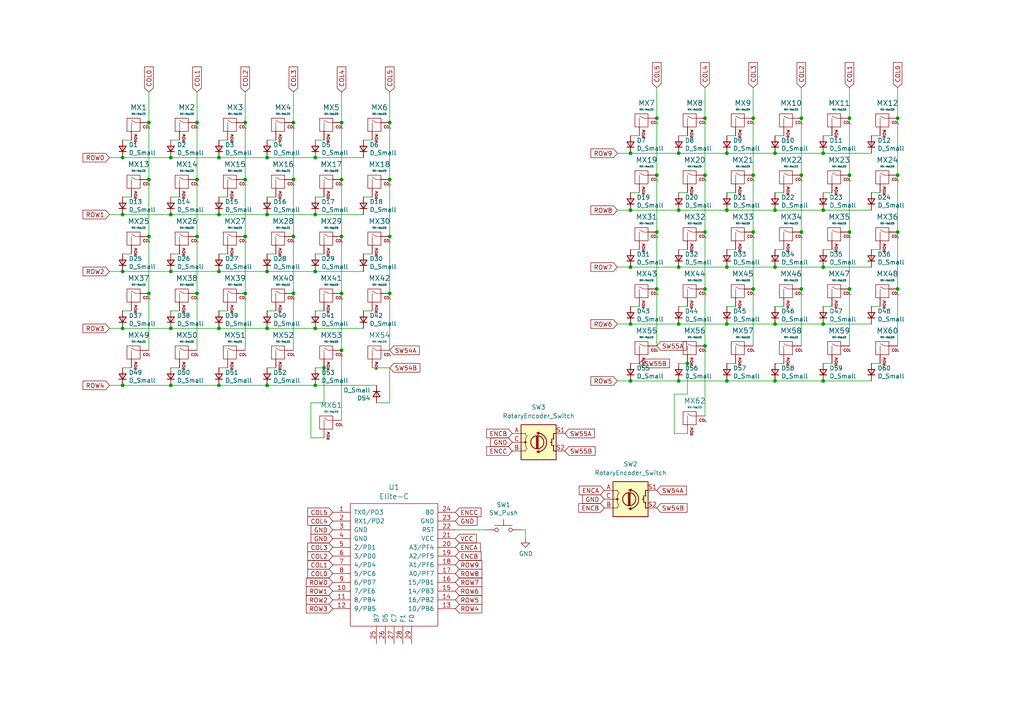
<source format=kicad_sch>
(kicad_sch (version 20211123) (generator eeschema)
  (paper "A4")
  (junction (at 260.35 50.8))
  (junction (at 77.47 62.23))
  (junction (at 85.09 52.07))
  (junction (at 49.53 111.76))
  (junction (at 224.79 60.96))
  (junction (at 246.38 67.31))
  (junction (at 113.03 85.09))
  (junction (at 246.38 50.8))
  (junction (at 210.82 93.98))
  (junction (at 77.47 95.25))
  (junction (at 196.85 60.96))
  (junction (at 71.12 85.09))
  (junction (at 49.53 95.25))
  (junction (at 35.56 111.76))
  (junction (at 77.47 45.72))
  (junction (at 232.41 67.31))
  (junction (at 43.18 35.56))
  (junction (at 260.35 67.31))
  (junction (at 238.76 44.45))
  (junction (at 85.09 68.58))
  (junction (at 63.5 62.23))
  (junction (at 196.85 44.45))
  (junction (at 113.03 68.58))
  (junction (at 204.47 34.29))
  (junction (at 199.39 105.41))
  (junction (at 63.5 111.76))
  (junction (at 204.47 50.8))
  (junction (at 196.85 77.47))
  (junction (at 35.56 62.23))
  (junction (at 182.88 60.96))
  (junction (at 35.56 78.74))
  (junction (at 182.88 77.47))
  (junction (at 238.76 93.98))
  (junction (at 190.5 67.31))
  (junction (at 190.5 34.29))
  (junction (at 63.5 95.25))
  (junction (at 63.5 45.72))
  (junction (at 77.47 78.74))
  (junction (at 85.09 85.09))
  (junction (at 35.56 45.72))
  (junction (at 210.82 110.49))
  (junction (at 182.88 93.98))
  (junction (at 113.03 35.56))
  (junction (at 93.98 106.68))
  (junction (at 91.44 111.76))
  (junction (at 91.44 95.25))
  (junction (at 218.44 67.31))
  (junction (at 238.76 110.49))
  (junction (at 49.53 62.23))
  (junction (at 224.79 110.49))
  (junction (at 210.82 77.47))
  (junction (at 71.12 52.07))
  (junction (at 260.35 34.29))
  (junction (at 91.44 45.72))
  (junction (at 260.35 83.82))
  (junction (at 210.82 60.96))
  (junction (at 57.15 85.09))
  (junction (at 71.12 35.56))
  (junction (at 99.06 52.07))
  (junction (at 57.15 35.56))
  (junction (at 43.18 52.07))
  (junction (at 91.44 78.74))
  (junction (at 238.76 60.96))
  (junction (at 77.47 111.76))
  (junction (at 99.06 35.56))
  (junction (at 57.15 52.07))
  (junction (at 218.44 83.82))
  (junction (at 49.53 45.72))
  (junction (at 204.47 83.82))
  (junction (at 196.85 110.49))
  (junction (at 218.44 34.29))
  (junction (at 85.09 35.56))
  (junction (at 182.88 44.45))
  (junction (at 113.03 52.07))
  (junction (at 57.15 68.58))
  (junction (at 232.41 34.29))
  (junction (at 190.5 83.82))
  (junction (at 238.76 77.47))
  (junction (at 196.85 93.98))
  (junction (at 71.12 68.58))
  (junction (at 43.18 85.09))
  (junction (at 99.06 101.6))
  (junction (at 99.06 68.58))
  (junction (at 182.88 110.49))
  (junction (at 91.44 62.23))
  (junction (at 218.44 50.8))
  (junction (at 43.18 68.58))
  (junction (at 224.79 93.98))
  (junction (at 232.41 83.82))
  (junction (at 232.41 50.8))
  (junction (at 204.47 67.31))
  (junction (at 204.47 100.33))
  (junction (at 246.38 83.82))
  (junction (at 224.79 44.45))
  (junction (at 246.38 34.29))
  (junction (at 99.06 85.09))
  (junction (at 49.53 78.74))
  (junction (at 224.79 77.47))
  (junction (at 210.82 44.45))
  (junction (at 63.5 78.74))
  (junction (at 35.56 95.25))
  (junction (at 190.5 50.8))
  (wire (pts (xy 43.18 35.56) (xy 43.18 52.07)))
  (wire (pts (xy 35.56 62.23) (xy 49.53 62.23)))
  (wire (pts (xy 90.17 127) (xy 90.17 116.84)))
  (wire (pts (xy 232.41 25.4) (xy 232.41 34.29)))
  (wire (pts (xy 35.56 78.74) (xy 49.53 78.74)))
  (wire (pts (xy 204.47 50.8) (xy 204.47 67.31)))
  (wire (pts (xy 196.85 88.9) (xy 199.39 88.9)))
  (wire (pts (xy 49.53 45.72) (xy 63.5 45.72)))
  (wire (pts (xy 190.5 67.31) (xy 190.5 83.82)))
  (wire (pts (xy 90.17 116.84) (xy 93.98 116.84)))
  (wire (pts (xy 43.18 85.09) (xy 43.18 101.6)))
  (wire (pts (xy 91.44 62.23) (xy 105.41 62.23)))
  (wire (pts (xy 71.12 85.09) (xy 71.12 101.6)))
  (wire (pts (xy 77.47 90.17) (xy 80.01 90.17)))
  (wire (pts (xy 252.73 88.9) (xy 255.27 88.9)))
  (wire (pts (xy 179.07 93.98) (xy 182.88 93.98)))
  (wire (pts (xy 204.47 67.31) (xy 204.47 83.82)))
  (wire (pts (xy 49.53 78.74) (xy 63.5 78.74)))
  (wire (pts (xy 63.5 62.23) (xy 77.47 62.23)))
  (wire (pts (xy 113.03 52.07) (xy 113.03 68.58)))
  (wire (pts (xy 260.35 67.31) (xy 260.35 83.82)))
  (wire (pts (xy 63.5 57.15) (xy 66.04 57.15)))
  (wire (pts (xy 35.56 95.25) (xy 49.53 95.25)))
  (wire (pts (xy 85.09 35.56) (xy 85.09 52.07)))
  (wire (pts (xy 210.82 77.47) (xy 224.79 77.47)))
  (wire (pts (xy 238.76 39.37) (xy 241.3 39.37)))
  (wire (pts (xy 35.56 45.72) (xy 49.53 45.72)))
  (wire (pts (xy 85.09 26.67) (xy 85.09 35.56)))
  (wire (pts (xy 196.85 93.98) (xy 210.82 93.98)))
  (wire (pts (xy 99.06 101.6) (xy 99.06 121.92)))
  (wire (pts (xy 196.85 55.88) (xy 199.39 55.88)))
  (wire (pts (xy 246.38 25.4) (xy 246.38 34.29)))
  (wire (pts (xy 91.44 40.64) (xy 93.98 40.64)))
  (wire (pts (xy 85.09 68.58) (xy 85.09 85.09)))
  (wire (pts (xy 113.03 68.58) (xy 113.03 85.09)))
  (wire (pts (xy 260.35 83.82) (xy 260.35 100.33)))
  (wire (pts (xy 77.47 106.68) (xy 80.01 106.68)))
  (wire (pts (xy 232.41 34.29) (xy 232.41 50.8)))
  (wire (pts (xy 232.41 50.8) (xy 232.41 67.31)))
  (wire (pts (xy 218.44 25.4) (xy 218.44 34.29)))
  (wire (pts (xy 182.88 39.37) (xy 185.42 39.37)))
  (wire (pts (xy 238.76 93.98) (xy 252.73 93.98)))
  (wire (pts (xy 35.56 40.64) (xy 38.1 40.64)))
  (wire (pts (xy 182.88 105.41) (xy 185.42 105.41)))
  (wire (pts (xy 77.47 95.25) (xy 91.44 95.25)))
  (wire (pts (xy 190.5 34.29) (xy 190.5 50.8)))
  (wire (pts (xy 31.75 62.23) (xy 35.56 62.23)))
  (wire (pts (xy 77.47 73.66) (xy 80.01 73.66)))
  (wire (pts (xy 232.41 83.82) (xy 232.41 100.33)))
  (wire (pts (xy 246.38 34.29) (xy 246.38 50.8)))
  (wire (pts (xy 182.88 93.98) (xy 196.85 93.98)))
  (wire (pts (xy 182.88 60.96) (xy 196.85 60.96)))
  (wire (pts (xy 238.76 77.47) (xy 252.73 77.47)))
  (wire (pts (xy 91.44 111.76) (xy 109.22 111.76)))
  (wire (pts (xy 57.15 52.07) (xy 57.15 68.58)))
  (wire (pts (xy 113.03 106.68) (xy 107.95 106.68)))
  (wire (pts (xy 224.79 88.9) (xy 227.33 88.9)))
  (wire (pts (xy 224.79 44.45) (xy 238.76 44.45)))
  (wire (pts (xy 31.75 95.25) (xy 35.56 95.25)))
  (wire (pts (xy 49.53 111.76) (xy 63.5 111.76)))
  (wire (pts (xy 190.5 25.4) (xy 190.5 34.29)))
  (wire (pts (xy 57.15 35.56) (xy 57.15 52.07)))
  (wire (pts (xy 77.47 57.15) (xy 80.01 57.15)))
  (wire (pts (xy 238.76 55.88) (xy 241.3 55.88)))
  (wire (pts (xy 199.39 105.41) (xy 199.39 114.3)))
  (wire (pts (xy 91.44 45.72) (xy 105.41 45.72)))
  (wire (pts (xy 113.03 26.67) (xy 113.03 35.56)))
  (wire (pts (xy 57.15 85.09) (xy 57.15 101.6)))
  (wire (pts (xy 77.47 111.76) (xy 91.44 111.76)))
  (wire (pts (xy 182.88 72.39) (xy 185.42 72.39)))
  (wire (pts (xy 35.56 57.15) (xy 38.1 57.15)))
  (wire (pts (xy 182.88 44.45) (xy 196.85 44.45)))
  (wire (pts (xy 91.44 73.66) (xy 93.98 73.66)))
  (wire (pts (xy 49.53 40.64) (xy 52.07 40.64)))
  (wire (pts (xy 179.07 44.45) (xy 182.88 44.45)))
  (wire (pts (xy 105.41 73.66) (xy 107.95 73.66)))
  (wire (pts (xy 43.18 68.58) (xy 43.18 85.09)))
  (wire (pts (xy 232.41 67.31) (xy 232.41 83.82)))
  (wire (pts (xy 49.53 106.68) (xy 52.07 106.68)))
  (wire (pts (xy 204.47 83.82) (xy 204.47 100.33)))
  (wire (pts (xy 210.82 39.37) (xy 213.36 39.37)))
  (wire (pts (xy 93.98 116.84) (xy 93.98 106.68)))
  (wire (pts (xy 63.5 78.74) (xy 77.47 78.74)))
  (wire (pts (xy 35.56 106.68) (xy 38.1 106.68)))
  (wire (pts (xy 204.47 34.29) (xy 204.47 50.8)))
  (wire (pts (xy 196.85 39.37) (xy 199.39 39.37)))
  (wire (pts (xy 210.82 60.96) (xy 224.79 60.96)))
  (wire (pts (xy 190.5 83.82) (xy 190.5 100.33)))
  (wire (pts (xy 196.85 105.41) (xy 199.39 105.41)))
  (wire (pts (xy 252.73 55.88) (xy 255.27 55.88)))
  (wire (pts (xy 179.07 110.49) (xy 182.88 110.49)))
  (wire (pts (xy 210.82 88.9) (xy 213.36 88.9)))
  (wire (pts (xy 238.76 105.41) (xy 241.3 105.41)))
  (wire (pts (xy 63.5 95.25) (xy 77.47 95.25)))
  (wire (pts (xy 93.98 127) (xy 90.17 127)))
  (wire (pts (xy 132.08 153.67) (xy 140.97 153.67)))
  (wire (pts (xy 179.07 60.96) (xy 182.88 60.96)))
  (wire (pts (xy 195.58 125.73) (xy 199.39 125.73)))
  (wire (pts (xy 238.76 44.45) (xy 252.73 44.45)))
  (wire (pts (xy 71.12 52.07) (xy 71.12 68.58)))
  (wire (pts (xy 218.44 83.82) (xy 218.44 100.33)))
  (wire (pts (xy 49.53 62.23) (xy 63.5 62.23)))
  (wire (pts (xy 252.73 39.37) (xy 255.27 39.37)))
  (wire (pts (xy 105.41 57.15) (xy 107.95 57.15)))
  (wire (pts (xy 77.47 40.64) (xy 80.01 40.64)))
  (wire (pts (xy 99.06 68.58) (xy 99.06 85.09)))
  (wire (pts (xy 49.53 73.66) (xy 52.07 73.66)))
  (wire (pts (xy 49.53 95.25) (xy 63.5 95.25)))
  (wire (pts (xy 63.5 90.17) (xy 66.04 90.17)))
  (wire (pts (xy 43.18 52.07) (xy 43.18 68.58)))
  (wire (pts (xy 210.82 72.39) (xy 213.36 72.39)))
  (wire (pts (xy 210.82 110.49) (xy 224.79 110.49)))
  (wire (pts (xy 260.35 25.4) (xy 260.35 34.29)))
  (wire (pts (xy 182.88 77.47) (xy 196.85 77.47)))
  (wire (pts (xy 210.82 44.45) (xy 224.79 44.45)))
  (wire (pts (xy 151.13 153.67) (xy 152.4 153.67)))
  (wire (pts (xy 91.44 57.15) (xy 93.98 57.15)))
  (wire (pts (xy 57.15 26.67) (xy 57.15 35.56)))
  (wire (pts (xy 246.38 83.82) (xy 246.38 100.33)))
  (wire (pts (xy 238.76 60.96) (xy 252.73 60.96)))
  (wire (pts (xy 63.5 73.66) (xy 66.04 73.66)))
  (wire (pts (xy 179.07 77.47) (xy 182.88 77.47)))
  (wire (pts (xy 218.44 50.8) (xy 218.44 67.31)))
  (wire (pts (xy 210.82 105.41) (xy 213.36 105.41)))
  (wire (pts (xy 190.5 50.8) (xy 190.5 67.31)))
  (wire (pts (xy 224.79 55.88) (xy 227.33 55.88)))
  (wire (pts (xy 224.79 110.49) (xy 238.76 110.49)))
  (wire (pts (xy 35.56 90.17) (xy 38.1 90.17)))
  (wire (pts (xy 71.12 35.56) (xy 71.12 52.07)))
  (wire (pts (xy 105.41 90.17) (xy 107.95 90.17)))
  (wire (pts (xy 31.75 45.72) (xy 35.56 45.72)))
  (wire (pts (xy 152.4 153.67) (xy 152.4 156.21)))
  (wire (pts (xy 99.06 35.56) (xy 99.06 52.07)))
  (wire (pts (xy 99.06 26.67) (xy 99.06 35.56)))
  (wire (pts (xy 77.47 78.74) (xy 91.44 78.74)))
  (wire (pts (xy 85.09 52.07) (xy 85.09 68.58)))
  (wire (pts (xy 260.35 50.8) (xy 260.35 67.31)))
  (wire (pts (xy 204.47 25.4) (xy 204.47 34.29)))
  (wire (pts (xy 49.53 57.15) (xy 52.07 57.15)))
  (wire (pts (xy 182.88 110.49) (xy 196.85 110.49)))
  (wire (pts (xy 195.58 125.73) (xy 195.58 114.3)))
  (wire (pts (xy 224.79 105.41) (xy 227.33 105.41)))
  (wire (pts (xy 252.73 105.41) (xy 255.27 105.41)))
  (wire (pts (xy 113.03 116.84) (xy 109.22 116.84)))
  (wire (pts (xy 246.38 50.8) (xy 246.38 67.31)))
  (wire (pts (xy 224.79 77.47) (xy 238.76 77.47)))
  (wire (pts (xy 99.06 85.09) (xy 99.06 101.6)))
  (wire (pts (xy 49.53 90.17) (xy 52.07 90.17)))
  (wire (pts (xy 246.38 67.31) (xy 246.38 83.82)))
  (wire (pts (xy 196.85 77.47) (xy 210.82 77.47)))
  (wire (pts (xy 31.75 111.76) (xy 35.56 111.76)))
  (wire (pts (xy 224.79 72.39) (xy 227.33 72.39)))
  (wire (pts (xy 63.5 45.72) (xy 77.47 45.72)))
  (wire (pts (xy 57.15 68.58) (xy 57.15 85.09)))
  (wire (pts (xy 113.03 85.09) (xy 113.03 101.6)))
  (wire (pts (xy 218.44 34.29) (xy 218.44 50.8)))
  (wire (pts (xy 210.82 93.98) (xy 224.79 93.98)))
  (wire (pts (xy 63.5 111.76) (xy 77.47 111.76)))
  (wire (pts (xy 196.85 44.45) (xy 210.82 44.45)))
  (wire (pts (xy 260.35 34.29) (xy 260.35 50.8)))
  (wire (pts (xy 91.44 95.25) (xy 105.41 95.25)))
  (wire (pts (xy 196.85 72.39) (xy 199.39 72.39)))
  (wire (pts (xy 63.5 106.68) (xy 66.04 106.68)))
  (wire (pts (xy 196.85 110.49) (xy 210.82 110.49)))
  (wire (pts (xy 31.75 78.74) (xy 35.56 78.74)))
  (wire (pts (xy 238.76 88.9) (xy 241.3 88.9)))
  (wire (pts (xy 182.88 88.9) (xy 185.42 88.9)))
  (wire (pts (xy 182.88 55.88) (xy 185.42 55.88)))
  (wire (pts (xy 252.73 72.39) (xy 255.27 72.39)))
  (wire (pts (xy 77.47 62.23) (xy 91.44 62.23)))
  (wire (pts (xy 77.47 45.72) (xy 91.44 45.72)))
  (wire (pts (xy 195.58 114.3) (xy 199.39 114.3)))
  (wire (pts (xy 85.09 85.09) (xy 85.09 101.6)))
  (wire (pts (xy 204.47 100.33) (xy 204.47 120.65)))
  (wire (pts (xy 224.79 39.37) (xy 227.33 39.37)))
  (wire (pts (xy 35.56 111.76) (xy 49.53 111.76)))
  (wire (pts (xy 43.18 26.67) (xy 43.18 35.56)))
  (wire (pts (xy 224.79 60.96) (xy 238.76 60.96)))
  (wire (pts (xy 71.12 26.67) (xy 71.12 35.56)))
  (wire (pts (xy 224.79 93.98) (xy 238.76 93.98)))
  (wire (pts (xy 91.44 90.17) (xy 93.98 90.17)))
  (wire (pts (xy 35.56 73.66) (xy 38.1 73.66)))
  (wire (pts (xy 113.03 106.68) (xy 113.03 116.84)))
  (wire (pts (xy 71.12 68.58) (xy 71.12 85.09)))
  (wire (pts (xy 218.44 67.31) (xy 218.44 83.82)))
  (wire (pts (xy 91.44 78.74) (xy 105.41 78.74)))
  (wire (pts (xy 238.76 72.39) (xy 241.3 72.39)))
  (wire (pts (xy 63.5 40.64) (xy 66.04 40.64)))
  (wire (pts (xy 91.44 106.68) (xy 93.98 106.68)))
  (wire (pts (xy 99.06 52.07) (xy 99.06 68.58)))
  (wire (pts (xy 113.03 35.56) (xy 113.03 52.07)))
  (wire (pts (xy 105.41 40.64) (xy 107.95 40.64)))
  (wire (pts (xy 238.76 110.49) (xy 252.73 110.49)))
  (wire (pts (xy 210.82 55.88) (xy 213.36 55.88)))
  (wire (pts (xy 196.85 60.96) (xy 210.82 60.96)))
  (global_label "ENCC" (shape input) (at 148.59 130.81 180) (property "Intersheet References" "${INTERSHEET_REFS}" (effects hide)))
  (global_label "ROW1" (shape input) (at 96.52 171.45 180) (property "Intersheet References" "${INTERSHEET_REFS}" (effects hide)))
  (global_label "ROW3" (shape input) (at 31.75 95.25 180) (property "Intersheet References" "${INTERSHEET_REFS}" (effects hide)))
  (global_label "COL1" (shape input) (at 246.38 25.4 90) (property "Intersheet References" "${INTERSHEET_REFS}" (effects hide)))
  (global_label "GND" (shape input) (at 96.52 153.67 180) (property "Intersheet References" "${INTERSHEET_REFS}" (effects hide)))
  (global_label "ENCA" (shape input) (at 175.26 142.24 180) (property "Intersheet References" "${INTERSHEET_REFS}" (effects hide)))
  (global_label "SW54A" (shape input) (at 190.5 142.24 0) (property "Intersheet References" "${INTERSHEET_REFS}" (effects hide)))
  (global_label "ENCB" (shape input) (at 132.08 161.29 0) (property "Intersheet References" "${INTERSHEET_REFS}" (effects hide)))
  (global_label "ENCA" (shape input) (at 132.08 158.75 0) (property "Intersheet References" "${INTERSHEET_REFS}" (effects hide)))
  (global_label "COL5" (shape input) (at 190.5 25.4 90) (property "Intersheet References" "${INTERSHEET_REFS}" (effects hide)))
  (global_label "ROW4" (shape input) (at 31.75 111.76 180) (property "Intersheet References" "${INTERSHEET_REFS}" (effects hide)))
  (global_label "SW55B" (shape input) (at 185.42 105.41 0) (property "Intersheet References" "${INTERSHEET_REFS}" (effects hide)))
  (global_label "ROW1" (shape input) (at 31.75 62.23 180) (property "Intersheet References" "${INTERSHEET_REFS}" (effects hide)))
  (global_label "COL3" (shape input) (at 96.52 158.75 180) (property "Intersheet References" "${INTERSHEET_REFS}" (effects hide)))
  (global_label "ENCB" (shape input) (at 148.59 125.73 180) (property "Intersheet References" "${INTERSHEET_REFS}" (effects hide)))
  (global_label "GND" (shape input) (at 96.52 156.21 180) (property "Intersheet References" "${INTERSHEET_REFS}" (effects hide)))
  (global_label "SW55A" (shape input) (at 190.5 100.33 0) (property "Intersheet References" "${INTERSHEET_REFS}" (effects hide)))
  (global_label "ROW9" (shape input) (at 132.08 163.83 0) (property "Intersheet References" "${INTERSHEET_REFS}" (effects hide)))
  (global_label "ROW0" (shape input) (at 31.75 45.72 180) (property "Intersheet References" "${INTERSHEET_REFS}" (effects hide)))
  (global_label "ROW5" (shape input) (at 132.08 173.99 0) (property "Intersheet References" "${INTERSHEET_REFS}" (effects hide)))
  (global_label "ROW6" (shape input) (at 179.07 93.98 180) (property "Intersheet References" "${INTERSHEET_REFS}" (effects hide)))
  (global_label "ROW4" (shape input) (at 132.08 176.53 0) (property "Intersheet References" "${INTERSHEET_REFS}" (effects hide)))
  (global_label "ROW7" (shape input) (at 179.07 77.47 180) (property "Intersheet References" "${INTERSHEET_REFS}" (effects hide)))
  (global_label "ROW8" (shape input) (at 132.08 166.37 0) (property "Intersheet References" "${INTERSHEET_REFS}" (effects hide)))
  (global_label "SW54A" (shape input) (at 113.03 101.6 0) (property "Intersheet References" "${INTERSHEET_REFS}" (effects hide)))
  (global_label "COL2" (shape input) (at 71.12 26.67 90) (property "Intersheet References" "${INTERSHEET_REFS}" (effects hide)))
  (global_label "ROW5" (shape input) (at 179.07 110.49 180) (property "Intersheet References" "${INTERSHEET_REFS}" (effects hide)))
  (global_label "COL5" (shape input) (at 113.03 26.67 90) (property "Intersheet References" "${INTERSHEET_REFS}" (effects hide)))
  (global_label "SW55B" (shape input) (at 163.83 130.81 0) (property "Intersheet References" "${INTERSHEET_REFS}" (effects hide)))
  (global_label "ENCB" (shape input) (at 175.26 147.32 180) (property "Intersheet References" "${INTERSHEET_REFS}" (effects hide)))
  (global_label "COL0" (shape input) (at 260.35 25.4 90) (property "Intersheet References" "${INTERSHEET_REFS}" (effects hide)))
  (global_label "COL0" (shape input) (at 43.18 26.67 90) (property "Intersheet References" "${INTERSHEET_REFS}" (effects hide)))
  (global_label "ROW8" (shape input) (at 179.07 60.96 180) (property "Intersheet References" "${INTERSHEET_REFS}" (effects hide)))
  (global_label "ENCC" (shape input) (at 132.08 148.59 0) (property "Intersheet References" "${INTERSHEET_REFS}" (effects hide)))
  (global_label "COL4" (shape input) (at 99.06 26.67 90) (property "Intersheet References" "${INTERSHEET_REFS}" (effects hide)))
  (global_label "COL1" (shape input) (at 57.15 26.67 90) (property "Intersheet References" "${INTERSHEET_REFS}" (effects hide)))
  (global_label "COL0" (shape input) (at 96.52 166.37 180) (property "Intersheet References" "${INTERSHEET_REFS}" (effects hide)))
  (global_label "COL2" (shape input) (at 96.52 161.29 180) (property "Intersheet References" "${INTERSHEET_REFS}" (effects hide)))
  (global_label "COL3" (shape input) (at 218.44 25.4 90) (property "Intersheet References" "${INTERSHEET_REFS}" (effects hide)))
  (global_label "COL4" (shape input) (at 204.47 25.4 90) (property "Intersheet References" "${INTERSHEET_REFS}" (effects hide)))
  (global_label "ROW0" (shape input) (at 96.52 168.91 180) (property "Intersheet References" "${INTERSHEET_REFS}" (effects hide)))
  (global_label "SW54B" (shape input) (at 190.5 147.32 0) (property "Intersheet References" "${INTERSHEET_REFS}" (effects hide)))
  (global_label "ROW2" (shape input) (at 31.75 78.74 180) (property "Intersheet References" "${INTERSHEET_REFS}" (effects hide)))
  (global_label "ROW2" (shape input) (at 96.52 173.99 180) (property "Intersheet References" "${INTERSHEET_REFS}" (effects hide)))
  (global_label "GND" (shape input) (at 132.08 151.13 0) (property "Intersheet References" "${INTERSHEET_REFS}" (effects hide)))
  (global_label "SW55A" (shape input) (at 163.83 125.73 0) (property "Intersheet References" "${INTERSHEET_REFS}" (effects hide)))
  (global_label "COL5" (shape input) (at 96.52 148.59 180) (property "Intersheet References" "${INTERSHEET_REFS}" (effects hide)))
  (global_label "COL1" (shape input) (at 96.52 163.83 180) (property "Intersheet References" "${INTERSHEET_REFS}" (effects hide)))
  (global_label "GND" (shape input) (at 175.26 144.78 180) (property "Intersheet References" "${INTERSHEET_REFS}" (effects hide)))
  (global_label "ROW3" (shape input) (at 96.52 176.53 180) (property "Intersheet References" "${INTERSHEET_REFS}" (effects hide)))
  (global_label "COL4" (shape input) (at 96.52 151.13 180) (property "Intersheet References" "${INTERSHEET_REFS}" (effects hide)))
  (global_label "ROW6" (shape input) (at 132.08 171.45 0) (property "Intersheet References" "${INTERSHEET_REFS}" (effects hide)))
  (global_label "VCC" (shape input) (at 132.08 156.21 0) (property "Intersheet References" "${INTERSHEET_REFS}" (effects hide)))
  (global_label "ROW7" (shape input) (at 132.08 168.91 0) (property "Intersheet References" "${INTERSHEET_REFS}" (effects hide)))
  (global_label "COL3" (shape input) (at 85.09 26.67 90) (property "Intersheet References" "${INTERSHEET_REFS}" (effects hide)))
  (global_label "COL2" (shape input) (at 232.41 25.4 90) (property "Intersheet References" "${INTERSHEET_REFS}" (effects hide)))
  (global_label "GND" (shape input) (at 148.59 128.27 180) (property "Intersheet References" "${INTERSHEET_REFS}" (effects hide)))
  (global_label "SW54B" (shape input) (at 113.03 106.68 0) (property "Intersheet References" "${INTERSHEET_REFS}" (effects hide)))
  (global_label "ROW9" (shape input) (at 179.07 44.45 180) (property "Intersheet References" "${INTERSHEET_REFS}" (effects hide)))
  (symbol (lib_id "Device:D_Small") (at 182.88 107.95 90) (unit 1)
    (property "Reference" "D55" (at 184.658 106.7816 90) (effects (justify right)))
    (property "Value" "D_Small" (at 184.658 109.093 90) (effects (justify right)))
    (property "Footprint" "footprints:D3_hybrid_common_hole_connected_fix" (effects hide))
  )
  (symbol (lib_id "Device:D_Small") (at 238.76 58.42 90) (unit 1)
    (property "Reference" "D23" (at 240.538 57.2516 90) (effects (justify right)))
    (property "Value" "D_Small" (at 240.538 59.563 90) (effects (justify right)))
    (property "Footprint" "footprints:D3_hybrid_common_hole_connected_fix" (effects hide))
  )
  (symbol (lib_id "Device:D_Small") (at 224.79 41.91 90) (unit 1)
    (property "Reference" "D10" (at 226.568 40.7416 90) (effects (justify right)))
    (property "Value" "D_Small" (at 226.568 43.053 90) (effects (justify right)))
    (property "Footprint" "footprints:D3_hybrid_common_hole_connected_fix" (effects hide))
  )
  (symbol (lib_id "Device:D_Small") (at 252.73 74.93 90) (unit 1)
    (property "Reference" "D36" (at 254.508 73.7616 90) (effects (justify right)))
    (property "Value" "D_Small" (at 254.508 76.073 90) (effects (justify right)))
    (property "Footprint" "footprints:D3_hybrid_common_hole_connected_fix" (effects hide))
  )
  (symbol (lib_id "MX_Alps_Hybrid:MX-NoLED") (at 186.69 68.58 0) (unit 1)
    (property "Reference" "MX31" (at 187.5282 62.9158 0) (effects (font (size 1.524 1.524))))
    (property "Value" "MX-NoLED" (at 187.5282 64.7954 0) (effects (font (size 0.508 0.508))))
    (property "Footprint" "footprints:CherryMX_Hotswap" (effects hide))
  )
  (symbol (lib_id "Device:D_Small") (at 91.44 92.71 90) (unit 1)
    (property "Reference" "D41" (at 93.218 91.5416 90) (effects (justify right)))
    (property "Value" "D_Small" (at 93.218 93.853 90) (effects (justify right)))
    (property "Footprint" "footprints:D3_hybrid_common_hole_connected_fix" (effects hide))
  )
  (symbol (lib_id "Device:D_Small") (at 35.56 76.2 90) (unit 1)
    (property "Reference" "D25" (at 37.338 75.0316 90) (effects (justify right)))
    (property "Value" "D_Small" (at 37.338 77.343 90) (effects (justify right)))
    (property "Footprint" "footprints:D3_hybrid_common_hole_connected_fix" (effects hide))
  )
  (symbol (lib_id "MX_Alps_Hybrid:MX-NoLED") (at 81.28 36.83 0) (unit 1)
    (property "Reference" "MX4" (at 82.1182 31.1658 0) (effects (font (size 1.524 1.524))))
    (property "Value" "MX-NoLED" (at 82.1182 33.0454 0) (effects (font (size 0.508 0.508))))
    (property "Footprint" "footprints:CherryMX_Hotswap" (effects hide))
  )
  (symbol (lib_id "MX_Alps_Hybrid:MX-NoLED") (at 242.57 68.58 0) (unit 1)
    (property "Reference" "MX35" (at 243.4082 62.9158 0) (effects (font (size 1.524 1.524))))
    (property "Value" "MX-NoLED" (at 243.4082 64.7954 0) (effects (font (size 0.508 0.508))))
    (property "Footprint" "footprints:CherryMX_Hotswap" (effects hide))
  )
  (symbol (lib_id "MX_Alps_Hybrid:MX-NoLED") (at 95.25 86.36 0) (unit 1)
    (property "Reference" "MX41" (at 96.0882 80.6958 0) (effects (font (size 1.524 1.524))))
    (property "Value" "MX-NoLED" (at 96.0882 82.5754 0) (effects (font (size 0.508 0.508))))
    (property "Footprint" "footprints:CherryMX_Hotswap" (effects hide))
  )
  (symbol (lib_id "MX_Alps_Hybrid:MX-NoLED") (at 186.69 85.09 0) (unit 1)
    (property "Reference" "MX43" (at 187.5282 79.4258 0) (effects (font (size 1.524 1.524))))
    (property "Value" "MX-NoLED" (at 187.5282 81.3054 0) (effects (font (size 0.508 0.508))))
    (property "Footprint" "footprints:CherryMX_Hotswap" (effects hide))
  )
  (symbol (lib_id "Device:D_Small") (at 91.44 43.18 90) (unit 1)
    (property "Reference" "D5" (at 93.218 42.0116 90) (effects (justify right)))
    (property "Value" "D_Small" (at 93.218 44.323 90) (effects (justify right)))
    (property "Footprint" "footprints:D3_hybrid_common_hole_connected_fix" (effects hide))
  )
  (symbol (lib_id "Device:D_Small") (at 63.5 76.2 90) (unit 1)
    (property "Reference" "D27" (at 65.278 75.0316 90) (effects (justify right)))
    (property "Value" "D_Small" (at 65.278 77.343 90) (effects (justify right)))
    (property "Footprint" "footprints:D3_hybrid_common_hole_connected_fix" (effects hide))
  )
  (symbol (lib_id "MX_Alps_Hybrid:MX-NoLED") (at 214.63 68.58 0) (unit 1)
    (property "Reference" "MX33" (at 215.4682 62.9158 0) (effects (font (size 1.524 1.524))))
    (property "Value" "MX-NoLED" (at 215.4682 64.7954 0) (effects (font (size 0.508 0.508))))
    (property "Footprint" "footprints:CherryMX_Hotswap" (effects hide))
  )
  (symbol (lib_id "Device:D_Small") (at 238.76 91.44 90) (unit 1)
    (property "Reference" "D47" (at 240.538 90.2716 90) (effects (justify right)))
    (property "Value" "D_Small" (at 240.538 92.583 90) (effects (justify right)))
    (property "Footprint" "footprints:D3_hybrid_common_hole_connected_fix" (effects hide))
  )
  (symbol (lib_id "Device:D_Small") (at 238.76 41.91 90) (unit 1)
    (property "Reference" "D11" (at 240.538 40.7416 90) (effects (justify right)))
    (property "Value" "D_Small" (at 240.538 43.053 90) (effects (justify right)))
    (property "Footprint" "footprints:D3_hybrid_common_hole_connected_fix" (effects hide))
  )
  (symbol (lib_id "MX_Alps_Hybrid:MX-NoLED") (at 67.31 36.83 0) (unit 1)
    (property "Reference" "MX3" (at 68.1482 31.1658 0) (effects (font (size 1.524 1.524))))
    (property "Value" "MX-NoLED" (at 68.1482 33.0454 0) (effects (font (size 0.508 0.508))))
    (property "Footprint" "footprints:CherryMX_Hotswap" (effects hide))
  )
  (symbol (lib_id "Device:D_Small") (at 252.73 41.91 90) (unit 1)
    (property "Reference" "D12" (at 254.508 40.7416 90) (effects (justify right)))
    (property "Value" "D_Small" (at 254.508 43.053 90) (effects (justify right)))
    (property "Footprint" "footprints:D3_hybrid_common_hole_connected_fix" (effects hide))
  )
  (symbol (lib_id "MX_Alps_Hybrid:MX-NoLED") (at 214.63 101.6 0) (unit 1)
    (property "Reference" "MX57" (at 215.4682 95.9358 0) (effects (font (size 1.524 1.524))))
    (property "Value" "MX-NoLED" (at 215.4682 97.8154 0) (effects (font (size 0.508 0.508))))
    (property "Footprint" "footprints:CherryMX_Hotswap" (effects hide))
  )
  (symbol (lib_id "MX_Alps_Hybrid:MX-NoLED") (at 53.34 53.34 0) (unit 1)
    (property "Reference" "MX14" (at 54.1782 47.6758 0) (effects (font (size 1.524 1.524))))
    (property "Value" "MX-NoLED" (at 54.1782 49.5554 0) (effects (font (size 0.508 0.508))))
    (property "Footprint" "footprints:CherryMX_Hotswap" (effects hide))
  )
  (symbol (lib_id "MX_Alps_Hybrid:MX-NoLED") (at 200.66 35.56 0) (unit 1)
    (property "Reference" "MX8" (at 201.4982 29.8958 0) (effects (font (size 1.524 1.524))))
    (property "Value" "MX-NoLED" (at 201.4982 31.7754 0) (effects (font (size 0.508 0.508))))
    (property "Footprint" "footprints:CherryMX_Hotswap" (effects hide))
  )
  (symbol (lib_id "Device:D_Small") (at 252.73 91.44 90) (unit 1)
    (property "Reference" "D48" (at 254.508 90.2716 90) (effects (justify right)))
    (property "Value" "D_Small" (at 254.508 92.583 90) (effects (justify right)))
    (property "Footprint" "footprints:D3_hybrid_common_hole_connected_fix" (effects hide))
  )
  (symbol (lib_id "Device:D_Small") (at 196.85 58.42 90) (unit 1)
    (property "Reference" "D20" (at 198.628 57.2516 90) (effects (justify right)))
    (property "Value" "D_Small" (at 198.628 59.563 90) (effects (justify right)))
    (property "Footprint" "footprints:D3_hybrid_common_hole_connected_fix" (effects hide))
  )
  (symbol (lib_id "Device:D_Small") (at 105.41 59.69 90) (unit 1)
    (property "Reference" "D18" (at 107.188 58.5216 90) (effects (justify right)))
    (property "Value" "D_Small" (at 107.188 60.833 90) (effects (justify right)))
    (property "Footprint" "footprints:D3_hybrid_common_hole_connected_fix" (effects hide))
  )
  (symbol (lib_id "MX_Alps_Hybrid:MX-NoLED") (at 256.54 52.07 0) (unit 1)
    (property "Reference" "MX24" (at 257.3782 46.4058 0) (effects (font (size 1.524 1.524))))
    (property "Value" "MX-NoLED" (at 257.3782 48.2854 0) (effects (font (size 0.508 0.508))))
    (property "Footprint" "footprints:CherryMX_Hotswap" (effects hide))
  )
  (symbol (lib_id "MX_Alps_Hybrid:MX-NoLED") (at 214.63 85.09 0) (unit 1)
    (property "Reference" "MX45" (at 215.4682 79.4258 0) (effects (font (size 1.524 1.524))))
    (property "Value" "MX-NoLED" (at 215.4682 81.3054 0) (effects (font (size 0.508 0.508))))
    (property "Footprint" "footprints:CherryMX_Hotswap" (effects hide))
  )
  (symbol (lib_id "Device:D_Small") (at 91.44 76.2 90) (unit 1)
    (property "Reference" "D29" (at 93.218 75.0316 90) (effects (justify right)))
    (property "Value" "D_Small" (at 93.218 77.343 90) (effects (justify right)))
    (property "Footprint" "footprints:D3_hybrid_common_hole_connected_fix" (effects hide))
  )
  (symbol (lib_id "MX_Alps_Hybrid:MX-NoLED") (at 95.25 53.34 0) (unit 1)
    (property "Reference" "MX17" (at 96.0882 47.6758 0) (effects (font (size 1.524 1.524))))
    (property "Value" "MX-NoLED" (at 96.0882 49.5554 0) (effects (font (size 0.508 0.508))))
    (property "Footprint" "footprints:CherryMX_Hotswap" (effects hide))
  )
  (symbol (lib_id "Device:D_Small") (at 77.47 92.71 90) (unit 1)
    (property "Reference" "D40" (at 79.248 91.5416 90) (effects (justify right)))
    (property "Value" "D_Small" (at 79.248 93.853 90) (effects (justify right)))
    (property "Footprint" "footprints:D3_hybrid_common_hole_connected_fix" (effects hide))
  )
  (symbol (lib_id "Device:D_Small") (at 35.56 109.22 90) (unit 1)
    (property "Reference" "D49" (at 37.338 108.0516 90) (effects (justify right)))
    (property "Value" "D_Small" (at 37.338 110.363 90) (effects (justify right)))
    (property "Footprint" "footprints:D3_hybrid_common_hole_connected_fix" (effects hide))
  )
  (symbol (lib_id "MX_Alps_Hybrid:MX-NoLED") (at 256.54 68.58 0) (unit 1)
    (property "Reference" "MX36" (at 257.3782 62.9158 0) (effects (font (size 1.524 1.524))))
    (property "Value" "MX-NoLED" (at 257.3782 64.7954 0) (effects (font (size 0.508 0.508))))
    (property "Footprint" "footprints:CherryMX_Hotswap" (effects hide))
  )
  (symbol (lib_id "MX_Alps_Hybrid:MX-NoLED") (at 256.54 101.6 0) (unit 1)
    (property "Reference" "MX60" (at 257.3782 95.9358 0) (effects (font (size 1.524 1.524))))
    (property "Value" "MX-NoLED" (at 257.3782 97.8154 0) (effects (font (size 0.508 0.508))))
    (property "Footprint" "footprints:CherryMX_Hotswap" (effects hide))
  )
  (symbol (lib_id "MX_Alps_Hybrid:MX-NoLED") (at 109.22 69.85 0) (unit 1)
    (property "Reference" "MX30" (at 110.0582 64.1858 0) (effects (font (size 1.524 1.524))))
    (property "Value" "MX-NoLED" (at 110.0582 66.0654 0) (effects (font (size 0.508 0.508))))
    (property "Footprint" "footprints:CherryMX_Hotswap" (effects hide))
  )
  (symbol (lib_id "Device:D_Small") (at 224.79 58.42 90) (unit 1)
    (property "Reference" "D22" (at 226.568 57.2516 90) (effects (justify right)))
    (property "Value" "D_Small" (at 226.568 59.563 90) (effects (justify right)))
    (property "Footprint" "footprints:D3_hybrid_common_hole_connected_fix" (effects hide))
  )
  (symbol (lib_id "MX_Alps_Hybrid:MX-NoLED") (at 39.37 102.87 0) (unit 1)
    (property "Reference" "MX49" (at 40.2082 97.2058 0) (effects (font (size 1.524 1.524))))
    (property "Value" "MX-NoLED" (at 40.2082 99.0854 0) (effects (font (size 0.508 0.508))))
    (property "Footprint" "footprints:CherryMX_Hotswap" (effects hide))
  )
  (symbol (lib_id "MX_Alps_Hybrid:MX-NoLED") (at 200.66 52.07 0) (unit 1)
    (property "Reference" "MX20" (at 201.4982 46.4058 0) (effects (font (size 1.524 1.524))))
    (property "Value" "MX-NoLED" (at 201.4982 48.2854 0) (effects (font (size 0.508 0.508))))
    (property "Footprint" "footprints:CherryMX_Hotswap" (effects hide))
  )
  (symbol (lib_id "MX_Alps_Hybrid:MX-NoLED") (at 53.34 86.36 0) (unit 1)
    (property "Reference" "MX38" (at 54.1782 80.6958 0) (effects (font (size 1.524 1.524))))
    (property "Value" "MX-NoLED" (at 54.1782 82.5754 0) (effects (font (size 0.508 0.508))))
    (property "Footprint" "footprints:CherryMX_Hotswap" (effects hide))
  )
  (symbol (lib_id "Device:D_Small") (at 252.73 58.42 90) (unit 1)
    (property "Reference" "D24" (at 254.508 57.2516 90) (effects (justify right)))
    (property "Value" "D_Small" (at 254.508 59.563 90) (effects (justify right)))
    (property "Footprint" "footprints:D3_hybrid_common_hole_connected_fix" (effects hide))
  )
  (symbol (lib_id "MX_Alps_Hybrid:MX-NoLED") (at 228.6 52.07 0) (unit 1)
    (property "Reference" "MX22" (at 229.4382 46.4058 0) (effects (font (size 1.524 1.524))))
    (property "Value" "MX-NoLED" (at 229.4382 48.2854 0) (effects (font (size 0.508 0.508))))
    (property "Footprint" "footprints:CherryMX_Hotswap" (effects hide))
  )
  (symbol (lib_id "Device:D_Small") (at 196.85 91.44 90) (unit 1)
    (property "Reference" "D44" (at 198.628 90.2716 90) (effects (justify right)))
    (property "Value" "D_Small" (at 198.628 92.583 90) (effects (justify right)))
    (property "Footprint" "footprints:D3_hybrid_common_hole_connected_fix" (effects hide))
  )
  (symbol (lib_id "MX_Alps_Hybrid:MX-NoLED") (at 256.54 35.56 0) (unit 1)
    (property "Reference" "MX12" (at 257.3782 29.8958 0) (effects (font (size 1.524 1.524))))
    (property "Value" "MX-NoLED" (at 257.3782 31.7754 0) (effects (font (size 0.508 0.508))))
    (property "Footprint" "footprints:CherryMX_Hotswap" (effects hide))
  )
  (symbol (lib_id "keebio:Elite-C") (at 114.3 162.56 0) (unit 1)
    (property "Reference" "U1" (at 114.3 141.3002 0) (effects (font (size 1.524 1.524))))
    (property "Value" "Elite-C" (at 114.3 143.9926 0) (effects (font (size 1.524 1.524))))
    (property "Footprint" "footprints:Elite-C" (effects hide))
  )
  (symbol (lib_id "Device:D_Small") (at 77.47 43.18 90) (unit 1)
    (property "Reference" "D4" (at 79.248 42.0116 90) (effects (justify right)))
    (property "Value" "D_Small" (at 79.248 44.323 90) (effects (justify right)))
    (property "Footprint" "footprints:D3_hybrid_common_hole_connected_fix" (effects hide))
  )
  (symbol (lib_id "MX_Alps_Hybrid:MX-NoLED") (at 81.28 86.36 0) (unit 1)
    (property "Reference" "MX40" (at 82.1182 80.6958 0) (effects (font (size 1.524 1.524))))
    (property "Value" "MX-NoLED" (at 82.1182 82.5754 0) (effects (font (size 0.508 0.508))))
    (property "Footprint" "footprints:CherryMX_Hotswap" (effects hide))
  )
  (symbol (lib_id "MX_Alps_Hybrid:MX-NoLED") (at 214.63 52.07 0) (unit 1)
    (property "Reference" "MX21" (at 215.4682 46.4058 0) (effects (font (size 1.524 1.524))))
    (property "Value" "MX-NoLED" (at 215.4682 48.2854 0) (effects (font (size 0.508 0.508))))
    (property "Footprint" "footprints:CherryMX_Hotswap" (effects hide))
  )
  (symbol (lib_id "MX_Alps_Hybrid:MX-NoLED") (at 81.28 53.34 0) (unit 1)
    (property "Reference" "MX16" (at 82.1182 47.6758 0) (effects (font (size 1.524 1.524))))
    (property "Value" "MX-NoLED" (at 82.1182 49.5554 0) (effects (font (size 0.508 0.508))))
    (property "Footprint" "footprints:CherryMX_Hotswap" (effects hide))
  )
  (symbol (lib_id "MX_Alps_Hybrid:MX-NoLED") (at 200.66 85.09 0) (unit 1)
    (property "Reference" "MX44" (at 201.4982 79.4258 0) (effects (font (size 1.524 1.524))))
    (property "Value" "MX-NoLED" (at 201.4982 81.3054 0) (effects (font (size 0.508 0.508))))
    (property "Footprint" "footprints:CherryMX_Hotswap" (effects hide))
  )
  (symbol (lib_id "MX_Alps_Hybrid:MX-NoLED") (at 228.6 35.56 0) (unit 1)
    (property "Reference" "MX10" (at 229.4382 29.8958 0) (effects (font (size 1.524 1.524))))
    (property "Value" "MX-NoLED" (at 229.4382 31.7754 0) (effects (font (size 0.508 0.508))))
    (property "Footprint" "footprints:CherryMX_Hotswap" (effects hide))
  )
  (symbol (lib_id "MX_Alps_Hybrid:MX-NoLED") (at 109.22 86.36 0) (unit 1)
    (property "Reference" "MX42" (at 110.0582 80.6958 0) (effects (font (size 1.524 1.524))))
    (property "Value" "MX-NoLED" (at 110.0582 82.5754 0) (effects (font (size 0.508 0.508))))
    (property "Footprint" "footprints:CherryMX_Hotswap" (effects hide))
  )
  (symbol (lib_id "Device:D_Small") (at 196.85 41.91 90) (unit 1)
    (property "Reference" "D8" (at 198.628 40.7416 90) (effects (justify right)))
    (property "Value" "D_Small" (at 198.628 43.053 90) (effects (justify right)))
    (property "Footprint" "footprints:D3_hybrid_common_hole_connected_fix" (effects hide))
  )
  (symbol (lib_id "Device:D_Small") (at 210.82 74.93 90) (unit 1)
    (property "Reference" "D33" (at 212.598 73.7616 90) (effects (justify right)))
    (property "Value" "D_Small" (at 212.598 76.073 90) (effects (justify right)))
    (property "Footprint" "footprints:D3_hybrid_common_hole_connected_fix" (effects hide))
  )
  (symbol (lib_id "Device:D_Small") (at 49.53 43.18 90) (unit 1)
    (property "Reference" "D2" (at 51.308 42.0116 90) (effects (justify right)))
    (property "Value" "D_Small" (at 51.308 44.323 90) (effects (justify right)))
    (property "Footprint" "footprints:D3_hybrid_common_hole_connected_fix" (effects hide))
  )
  (symbol (lib_id "MX_Alps_Hybrid:MX-NoLED") (at 109.22 36.83 0) (unit 1)
    (property "Reference" "MX6" (at 110.0582 31.1658 0) (effects (font (size 1.524 1.524))))
    (property "Value" "MX-NoLED" (at 110.0582 33.0454 0) (effects (font (size 0.508 0.508))))
    (property "Footprint" "footprints:CherryMX_Hotswap" (effects hide))
  )
  (symbol (lib_id "MX_Alps_Hybrid:MX-NoLED") (at 53.34 69.85 0) (unit 1)
    (property "Reference" "MX26" (at 54.1782 64.1858 0) (effects (font (size 1.524 1.524))))
    (property "Value" "MX-NoLED" (at 54.1782 66.0654 0) (effects (font (size 0.508 0.508))))
    (property "Footprint" "footprints:CherryMX_Hotswap" (effects hide))
  )
  (symbol (lib_id "MX_Alps_Hybrid:MX-NoLED") (at 53.34 102.87 0) (unit 1)
    (property "Reference" "MX50" (at 54.1782 97.2058 0) (effects (font (size 1.524 1.524))))
    (property "Value" "MX-NoLED" (at 54.1782 99.0854 0) (effects (font (size 0.508 0.508))))
    (property "Footprint" "footprints:CherryMX_Hotswap" (effects hide))
  )
  (symbol (lib_id "Device:D_Small") (at 105.41 92.71 90) (unit 1)
    (property "Reference" "D42" (at 107.188 91.5416 90) (effects (justify right)))
    (property "Value" "D_Small" (at 107.188 93.853 90) (effects (justify right)))
    (property "Footprint" "footprints:D3_hybrid_common_hole_connected_fix" (effects hide))
  )
  (symbol (lib_id "Device:RotaryEncoder_Switch") (at 182.88 144.78 0) (unit 1)
    (property "Reference" "SW2" (at 182.88 134.62 0))
    (property "Value" "RotaryEncoder_Switch" (at 182.88 137.16 0))
    (property "Footprint" "footprints:RotaryEncoder_EC11" (effects hide))
  )
  (symbol (lib_id "MX_Alps_Hybrid:MX-NoLED") (at 186.69 35.56 0) (unit 1)
    (property "Reference" "MX7" (at 187.5282 29.8958 0) (effects (font (size 1.524 1.524))))
    (property "Value" "MX-NoLED" (at 187.5282 31.7754 0) (effects (font (size 0.508 0.508))))
    (property "Footprint" "footprints:CherryMX_Hotswap" (effects hide))
  )
  (symbol (lib_id "MX_Alps_Hybrid:MX-NoLED") (at 186.69 101.6 0) (unit 1)
    (property "Reference" "MX55" (at 187.5282 95.9358 0) (effects (font (size 1.524 1.524))))
    (property "Value" "MX-NoLED" (at 187.5282 97.8154 0) (effects (font (size 0.508 0.508))))
    (property "Footprint" "footprints:CherryMX_Hotswap" (effects hide))
  )
  (symbol (lib_id "Device:D_Small") (at 49.53 59.69 90) (unit 1)
    (property "Reference" "D14" (at 51.308 58.5216 90) (effects (justify right)))
    (property "Value" "D_Small" (at 51.308 60.833 90) (effects (justify right)))
    (property "Footprint" "footprints:D3_hybrid_common_hole_connected_fix" (effects hide))
  )
  (symbol (lib_id "MX_Alps_Hybrid:MX-NoLED") (at 200.66 121.92 0) (unit 1)
    (property "Reference" "MX62" (at 201.4982 116.2558 0) (effects (font (size 1.524 1.524))))
    (property "Value" "MX-NoLED" (at 201.4982 118.1354 0) (effects (font (size 0.508 0.508))))
    (property "Footprint" "footprints:CherryMX_Hotswap" (effects hide))
  )
  (symbol (lib_id "Device:D_Small") (at 238.76 74.93 90) (unit 1)
    (property "Reference" "D35" (at 240.538 73.7616 90) (effects (justify right)))
    (property "Value" "D_Small" (at 240.538 76.073 90) (effects (justify right)))
    (property "Footprint" "footprints:D3_hybrid_common_hole_connected_fix" (effects hide))
  )
  (symbol (lib_id "MX_Alps_Hybrid:MX-NoLED") (at 95.25 69.85 0) (unit 1)
    (property "Reference" "MX29" (at 96.0882 64.1858 0) (effects (font (size 1.524 1.524))))
    (property "Value" "MX-NoLED" (at 96.0882 66.0654 0) (effects (font (size 0.508 0.508))))
    (property "Footprint" "footprints:CherryMX_Hotswap" (effects hide))
  )
  (symbol (lib_id "MX_Alps_Hybrid:MX-NoLED") (at 242.57 35.56 0) (unit 1)
    (property "Reference" "MX11" (at 243.4082 29.8958 0) (effects (font (size 1.524 1.524))))
    (property "Value" "MX-NoLED" (at 243.4082 31.7754 0) (effects (font (size 0.508 0.508))))
    (property "Footprint" "footprints:CherryMX_Hotswap" (effects hide))
  )
  (symbol (lib_id "MX_Alps_Hybrid:MX-NoLED") (at 95.25 123.19 0) (unit 1)
    (property "Reference" "MX61" (at 96.0882 117.5258 0) (effects (font (size 1.524 1.524))))
    (property "Value" "MX-NoLED" (at 96.0882 119.4054 0) (effects (font (size 0.508 0.508))))
    (property "Footprint" "footprints:CherryMX_Hotswap" (effects hide))
  )
  (symbol (lib_id "MX_Alps_Hybrid:MX-NoLED") (at 200.66 68.58 0) (unit 1)
    (property "Reference" "MX32" (at 201.4982 62.9158 0) (effects (font (size 1.524 1.524))))
    (property "Value" "MX-NoLED" (at 201.4982 64.7954 0) (effects (font (size 0.508 0.508))))
    (property "Footprint" "footprints:CherryMX_Hotswap" (effects hide))
  )
  (symbol (lib_id "Device:D_Small") (at 91.44 59.69 90) (unit 1)
    (property "Reference" "D17" (at 93.218 58.5216 90) (effects (justify right)))
    (property "Value" "D_Small" (at 93.218 60.833 90) (effects (justify right)))
    (property "Footprint" "footprints:D3_hybrid_common_hole_connected_fix" (effects hide))
  )
  (symbol (lib_id "MX_Alps_Hybrid:MX-NoLED") (at 109.22 102.87 0) (unit 1)
    (property "Reference" "MX54" (at 110.0582 97.2058 0) (effects (font (size 1.524 1.524))))
    (property "Value" "MX-NoLED" (at 110.0582 99.0854 0) (effects (font (size 0.508 0.508))))
    (property "Footprint" "footprints:CherryMX_Hotswap" (effects hide))
  )
  (symbol (lib_id "Device:D_Small") (at 63.5 92.71 90) (unit 1)
    (property "Reference" "D39" (at 65.278 91.5416 90) (effects (justify right)))
    (property "Value" "D_Small" (at 65.278 93.853 90) (effects (justify right)))
    (property "Footprint" "footprints:D3_hybrid_common_hole_connected_fix" (effects hide))
  )
  (symbol (lib_id "Device:D_Small") (at 49.53 76.2 90) (unit 1)
    (property "Reference" "D26" (at 51.308 75.0316 90) (effects (justify right)))
    (property "Value" "D_Small" (at 51.308 77.343 90) (effects (justify right)))
    (property "Footprint" "footprints:D3_hybrid_common_hole_connected_fix" (effects hide))
  )
  (symbol (lib_id "MX_Alps_Hybrid:MX-NoLED") (at 39.37 36.83 0) (unit 1)
    (property "Reference" "MX1" (at 40.2082 31.1658 0) (effects (font (size 1.524 1.524))))
    (property "Value" "MX-NoLED" (at 40.2082 33.0454 0) (effects (font (size 0.508 0.508))))
    (property "Footprint" "footprints:CherryMX_Hotswap" (effects hide))
  )
  (symbol (lib_id "MX_Alps_Hybrid:MX-NoLED") (at 228.6 85.09 0) (unit 1)
    (property "Reference" "MX46" (at 229.4382 79.4258 0) (effects (font (size 1.524 1.524))))
    (property "Value" "MX-NoLED" (at 229.4382 81.3054 0) (effects (font (size 0.508 0.508))))
    (property "Footprint" "footprints:CherryMX_Hotswap" (effects hide))
  )
  (symbol (lib_id "Device:D_Small") (at 91.44 109.22 90) (unit 1)
    (property "Reference" "D53" (at 93.218 108.0516 90) (effects (justify right)))
    (property "Value" "D_Small" (at 93.218 110.363 90) (effects (justify right)))
    (property "Footprint" "footprints:D3_hybrid_common_hole_connected_fix" (effects hide))
  )
  (symbol (lib_id "MX_Alps_Hybrid:MX-NoLED") (at 67.31 86.36 0) (unit 1)
    (property "Reference" "MX39" (at 68.1482 80.6958 0) (effects (font (size 1.524 1.524))))
    (property "Value" "MX-NoLED" (at 68.1482 82.5754 0) (effects (font (size 0.508 0.508))))
    (property "Footprint" "footprints:CherryMX_Hotswap" (effects hide))
  )
  (symbol (lib_id "MX_Alps_Hybrid:MX-NoLED") (at 228.6 68.58 0) (unit 1)
    (property "Reference" "MX34" (at 229.4382 62.9158 0) (effects (font (size 1.524 1.524))))
    (property "Value" "MX-NoLED" (at 229.4382 64.7954 0) (effects (font (size 0.508 0.508))))
    (property "Footprint" "footprints:CherryMX_Hotswap" (effects hide))
  )
  (symbol (lib_id "Device:D_Small") (at 238.76 107.95 90) (unit 1)
    (property "Reference" "D59" (at 240.538 106.7816 90) (effects (justify right)))
    (property "Value" "D_Small" (at 240.538 109.093 90) (effects (justify right)))
    (property "Footprint" "footprints:D3_hybrid_common_hole_connected_fix" (effects hide))
  )
  (symbol (lib_id "MX_Alps_Hybrid:MX-NoLED") (at 214.63 35.56 0) (unit 1)
    (property "Reference" "MX9" (at 215.4682 29.8958 0) (effects (font (size 1.524 1.524))))
    (property "Value" "MX-NoLED" (at 215.4682 31.7754 0) (effects (font (size 0.508 0.508))))
    (property "Footprint" "footprints:CherryMX_Hotswap" (effects hide))
  )
  (symbol (lib_id "MX_Alps_Hybrid:MX-NoLED") (at 186.69 52.07 0) (unit 1)
    (property "Reference" "MX19" (at 187.5282 46.4058 0) (effects (font (size 1.524 1.524))))
    (property "Value" "MX-NoLED" (at 187.5282 48.2854 0) (effects (font (size 0.508 0.508))))
    (property "Footprint" "footprints:CherryMX_Hotswap" (effects hide))
  )
  (symbol (lib_id "MX_Alps_Hybrid:MX-NoLED") (at 256.54 85.09 0) (unit 1)
    (property "Reference" "MX48" (at 257.3782 79.4258 0) (effects (font (size 1.524 1.524))))
    (property "Value" "MX-NoLED" (at 257.3782 81.3054 0) (effects (font (size 0.508 0.508))))
    (property "Footprint" "footprints:CherryMX_Hotswap" (effects hide))
  )
  (symbol (lib_id "Device:D_Small") (at 105.41 43.18 90) (unit 1)
    (property "Reference" "D6" (at 107.188 42.0116 90) (effects (justify right)))
    (property "Value" "D_Small" (at 107.188 44.323 90) (effects (justify right)))
    (property "Footprint" "footprints:D3_hybrid_common_hole_connected_fix" (effects hide))
  )
  (symbol (lib_id "Device:D_Small") (at 35.56 43.18 90) (unit 1)
    (property "Reference" "D1" (at 37.338 42.0116 90) (effects (justify right)))
    (property "Value" "D_Small" (at 37.338 44.323 90) (effects (justify right)))
    (property "Footprint" "footprints:D3_hybrid_common_hole_connected_fix" (effects hide))
  )
  (symbol (lib_id "Device:D_Small") (at 35.56 92.71 90) (unit 1)
    (property "Reference" "D37" (at 37.338 91.5416 90) (effects (justify right)))
    (property "Value" "D_Small" (at 37.338 93.853 90) (effects (justify right)))
    (property "Footprint" "footprints:D3_hybrid_common_hole_connected_fix" (effects hide))
  )
  (symbol (lib_id "Device:D_Small") (at 77.47 109.22 90) (unit 1)
    (property "Reference" "D52" (at 79.248 108.0516 90) (effects (justify right)))
    (property "Value" "D_Small" (at 79.248 110.363 90) (effects (justify right)))
    (property "Footprint" "footprints:D3_hybrid_common_hole_connected_fix" (effects hide))
  )
  (symbol (lib_id "MX_Alps_Hybrid:MX-NoLED") (at 81.28 69.85 0) (unit 1)
    (property "Reference" "MX28" (at 82.1182 64.1858 0) (effects (font (size 1.524 1.524))))
    (property "Value" "MX-NoLED" (at 82.1182 66.0654 0) (effects (font (size 0.508 0.508))))
    (property "Footprint" "footprints:CherryMX_Hotswap" (effects hide))
  )
  (symbol (lib_id "Device:D_Small") (at 49.53 92.71 90) (unit 1)
    (property "Reference" "D38" (at 51.308 91.5416 90) (effects (justify right)))
    (property "Value" "D_Small" (at 51.308 93.853 90) (effects (justify right)))
    (property "Footprint" "footprints:D3_hybrid_common_hole_connected_fix" (effects hide))
  )
  (symbol (lib_id "MX_Alps_Hybrid:MX-NoLED") (at 67.31 102.87 0) (unit 1)
    (property "Reference" "MX51" (at 68.1482 97.2058 0) (effects (font (size 1.524 1.524))))
    (property "Value" "MX-NoLED" (at 68.1482 99.0854 0) (effects (font (size 0.508 0.508))))
    (property "Footprint" "footprints:CherryMX_Hotswap" (effects hide))
  )
  (symbol (lib_id "MX_Alps_Hybrid:MX-NoLED") (at 242.57 101.6 0) (unit 1)
    (property "Reference" "MX59" (at 243.4082 95.9358 0) (effects (font (size 1.524 1.524))))
    (property "Value" "MX-NoLED" (at 243.4082 97.8154 0) (effects (font (size 0.508 0.508))))
    (property "Footprint" "footprints:CherryMX_Hotswap" (effects hide))
  )
  (symbol (lib_id "Device:D_Small") (at 182.88 58.42 90) (unit 1)
    (property "Reference" "D19" (at 184.658 57.2516 90) (effects (justify right)))
    (property "Value" "D_Small" (at 184.658 59.563 90) (effects (justify right)))
    (property "Footprint" "footprints:D3_hybrid_common_hole_connected_fix" (effects hide))
  )
  (symbol (lib_id "Device:D_Small") (at 182.88 74.93 90) (unit 1)
    (property "Reference" "D31" (at 184.658 73.7616 90) (effects (justify right)))
    (property "Value" "D_Small" (at 184.658 76.073 90) (effects (justify right)))
    (property "Footprint" "footprints:D3_hybrid_common_hole_connected_fix" (effects hide))
  )
  (symbol (lib_id "power:GND") (at 152.4 156.21 0) (unit 1)
    (property "Reference" "#PWR01" (effects hide))
    (property "Value" "GND" (at 152.527 160.6042 0))
  )
  (symbol (lib_id "Device:D_Small") (at 63.5 59.69 90) (unit 1)
    (property "Reference" "D15" (at 65.278 58.5216 90) (effects (justify right)))
    (property "Value" "D_Small" (at 65.278 60.833 90) (effects (justify right)))
    (property "Footprint" "footprints:D3_hybrid_common_hole_connected_fix" (effects hide))
  )
  (symbol (lib_id "Device:D_Small") (at 210.82 107.95 90) (unit 1)
    (property "Reference" "D57" (at 212.598 106.7816 90) (effects (justify right)))
    (property "Value" "D_Small" (at 212.598 109.093 90) (effects (justify right)))
    (property "Footprint" "footprints:D3_hybrid_common_hole_connected_fix" (effects hide))
  )
  (symbol (lib_id "Device:D_Small") (at 196.85 107.95 90) (unit 1)
    (property "Reference" "D56" (at 198.628 106.7816 90) (effects (justify right)))
    (property "Value" "D_Small" (at 198.628 109.093 90) (effects (justify right)))
    (property "Footprint" "footprints:D3_hybrid_common_hole_connected_fix" (effects hide))
  )
  (symbol (lib_id "MX_Alps_Hybrid:MX-NoLED") (at 242.57 52.07 0) (unit 1)
    (property "Reference" "MX23" (at 243.4082 46.4058 0) (effects (font (size 1.524 1.524))))
    (property "Value" "MX-NoLED" (at 243.4082 48.2854 0) (effects (font (size 0.508 0.508))))
    (property "Footprint" "footprints:CherryMX_Hotswap" (effects hide))
  )
  (symbol (lib_id "MX_Alps_Hybrid:MX-NoLED") (at 228.6 101.6 0) (unit 1)
    (property "Reference" "MX58" (at 229.4382 95.9358 0) (effects (font (size 1.524 1.524))))
    (property "Value" "MX-NoLED" (at 229.4382 97.8154 0) (effects (font (size 0.508 0.508))))
    (property "Footprint" "footprints:CherryMX_Hotswap" (effects hide))
  )
  (symbol (lib_id "Device:D_Small") (at 182.88 91.44 90) (unit 1)
    (property "Reference" "D43" (at 184.658 90.2716 90) (effects (justify right)))
    (property "Value" "D_Small" (at 184.658 92.583 90) (effects (justify right)))
    (property "Footprint" "footprints:D3_hybrid_common_hole_connected_fix" (effects hide))
  )
  (symbol (lib_id "Device:D_Small") (at 35.56 59.69 90) (unit 1)
    (property "Reference" "D13" (at 37.338 58.5216 90) (effects (justify right)))
    (property "Value" "D_Small" (at 37.338 60.833 90) (effects (justify right)))
    (property "Footprint" "footprints:D3_hybrid_common_hole_connected_fix" (effects hide))
  )
  (symbol (lib_id "Device:D_Small") (at 77.47 76.2 90) (unit 1)
    (property "Reference" "D28" (at 79.248 75.0316 90) (effects (justify right)))
    (property "Value" "D_Small" (at 79.248 77.343 90) (effects (justify right)))
    (property "Footprint" "footprints:D3_hybrid_common_hole_connected_fix" (effects hide))
  )
  (symbol (lib_id "Device:D_Small") (at 224.79 107.95 90) (unit 1)
    (property "Reference" "D58" (at 226.568 106.7816 90) (effects (justify right)))
    (property "Value" "D_Small" (at 226.568 109.093 90) (effects (justify right)))
    (property "Footprint" "footprints:D3_hybrid_common_hole_connected_fix" (effects hide))
  )
  (symbol (lib_id "Device:D_Small") (at 196.85 74.93 90) (unit 1)
    (property "Reference" "D32" (at 198.628 73.7616 90) (effects (justify right)))
    (property "Value" "D_Small" (at 198.628 76.073 90) (effects (justify right)))
    (property "Footprint" "footprints:D3_hybrid_common_hole_connected_fix" (effects hide))
  )
  (symbol (lib_id "Device:D_Small") (at 109.22 114.3 270) (unit 1)
    (property "Reference" "D54" (at 107.442 115.4684 90) (effects (justify right)))
    (property "Value" "D_Small" (at 107.442 113.157 90) (effects (justify right)))
    (property "Footprint" "footprints:D3_hybrid_common_hole_connected_fix" (effects hide))
  )
  (symbol (lib_id "Device:RotaryEncoder_Switch") (at 156.21 128.27 0) (unit 1)
    (property "Reference" "SW3" (at 156.21 118.11 0))
    (property "Value" "RotaryEncoder_Switch" (at 156.21 120.65 0))
    (property "Footprint" "footprints:RotaryEncoder_EC11" (effects hide))
  )
  (symbol (lib_id "MX_Alps_Hybrid:MX-NoLED") (at 242.57 85.09 0) (unit 1)
    (property "Reference" "MX47" (at 243.4082 79.4258 0) (effects (font (size 1.524 1.524))))
    (property "Value" "MX-NoLED" (at 243.4082 81.3054 0) (effects (font (size 0.508 0.508))))
    (property "Footprint" "footprints:CherryMX_Hotswap" (effects hide))
  )
  (symbol (lib_id "Device:D_Small") (at 210.82 58.42 90) (unit 1)
    (property "Reference" "D21" (at 212.598 57.2516 90) (effects (justify right)))
    (property "Value" "D_Small" (at 212.598 59.563 90) (effects (justify right)))
    (property "Footprint" "footprints:D3_hybrid_common_hole_connected_fix" (effects hide))
  )
  (symbol (lib_id "Device:D_Small") (at 252.73 107.95 90) (unit 1)
    (property "Reference" "D60" (at 254.508 106.7816 90) (effects (justify right)))
    (property "Value" "D_Small" (at 254.508 109.093 90) (effects (justify right)))
    (property "Footprint" "footprints:D3_hybrid_common_hole_connected_fix" (effects hide))
  )
  (symbol (lib_id "MX_Alps_Hybrid:MX-NoLED") (at 109.22 53.34 0) (unit 1)
    (property "Reference" "MX18" (at 110.0582 47.6758 0) (effects (font (size 1.524 1.524))))
    (property "Value" "MX-NoLED" (at 110.0582 49.5554 0) (effects (font (size 0.508 0.508))))
    (property "Footprint" "footprints:CherryMX_Hotswap" (effects hide))
  )
  (symbol (lib_id "MX_Alps_Hybrid:MX-NoLED") (at 67.31 69.85 0) (unit 1)
    (property "Reference" "MX27" (at 68.1482 64.1858 0) (effects (font (size 1.524 1.524))))
    (property "Value" "MX-NoLED" (at 68.1482 66.0654 0) (effects (font (size 0.508 0.508))))
    (property "Footprint" "footprints:CherryMX_Hotswap" (effects hide))
  )
  (symbol (lib_id "MX_Alps_Hybrid:MX-NoLED") (at 39.37 86.36 0) (unit 1)
    (property "Reference" "MX37" (at 40.2082 80.6958 0) (effects (font (size 1.524 1.524))))
    (property "Value" "MX-NoLED" (at 40.2082 82.5754 0) (effects (font (size 0.508 0.508))))
    (property "Footprint" "footprints:CherryMX_Hotswap" (effects hide))
  )
  (symbol (lib_id "MX_Alps_Hybrid:MX-NoLED") (at 200.66 101.6 0) (unit 1)
    (property "Reference" "MX56" (at 201.4982 95.9358 0) (effects (font (size 1.524 1.524))))
    (property "Value" "MX-NoLED" (at 201.4982 97.8154 0) (effects (font (size 0.508 0.508))))
    (property "Footprint" "footprints:CherryMX_Hotswap" (effects hide))
  )
  (symbol (lib_id "Device:D_Small") (at 210.82 41.91 90) (unit 1)
    (property "Reference" "D9" (at 212.598 40.7416 90) (effects (justify right)))
    (property "Value" "D_Small" (at 212.598 43.053 90) (effects (justify right)))
    (property "Footprint" "footprints:D3_hybrid_common_hole_connected_fix" (effects hide))
  )
  (symbol (lib_id "MX_Alps_Hybrid:MX-NoLED") (at 95.25 102.87 0) (unit 1)
    (property "Reference" "MX53" (at 96.0882 97.2058 0) (effects (font (size 1.524 1.524))))
    (property "Value" "MX-NoLED" (at 96.0882 99.0854 0) (effects (font (size 0.508 0.508))))
    (property "Footprint" "footprints:CherryMX_Hotswap" (effects hide))
  )
  (symbol (lib_id "MX_Alps_Hybrid:MX-NoLED") (at 53.34 36.83 0) (unit 1)
    (property "Reference" "MX2" (at 54.1782 31.1658 0) (effects (font (size 1.524 1.524))))
    (property "Value" "MX-NoLED" (at 54.1782 33.0454 0) (effects (font (size 0.508 0.508))))
    (property "Footprint" "footprints:CherryMX_Hotswap" (effects hide))
  )
  (symbol (lib_id "MX_Alps_Hybrid:MX-NoLED") (at 81.28 102.87 0) (unit 1)
    (property "Reference" "MX52" (at 82.1182 97.2058 0) (effects (font (size 1.524 1.524))))
    (property "Value" "MX-NoLED" (at 82.1182 99.0854 0) (effects (font (size 0.508 0.508))))
    (property "Footprint" "footprints:CherryMX_Hotswap" (effects hide))
  )
  (symbol (lib_id "Device:D_Small") (at 63.5 109.22 90) (unit 1)
    (property "Reference" "D51" (at 65.278 108.0516 90) (effects (justify right)))
    (property "Value" "D_Small" (at 65.278 110.363 90) (effects (justify right)))
    (property "Footprint" "footprints:D3_hybrid_common_hole_connected_fix" (effects hide))
  )
  (symbol (lib_id "MX_Alps_Hybrid:MX-NoLED") (at 95.25 36.83 0) (unit 1)
    (property "Reference" "MX5" (at 96.0882 31.1658 0) (effects (font (size 1.524 1.524))))
    (property "Value" "MX-NoLED" (at 96.0882 33.0454 0) (effects (font (size 0.508 0.508))))
    (property "Footprint" "footprints:CherryMX_Hotswap" (effects hide))
  )
  (symbol (lib_id "Device:D_Small") (at 77.47 59.69 90) (unit 1)
    (property "Reference" "D16" (at 79.248 58.5216 90) (effects (justify right)))
    (property "Value" "D_Small" (at 79.248 60.833 90) (effects (justify right)))
    (property "Footprint" "footprints:D3_hybrid_common_hole_connected_fix" (effects hide))
  )
  (symbol (lib_id "Device:D_Small") (at 224.79 74.93 90) (unit 1)
    (property "Reference" "D34" (at 226.568 73.7616 90) (effects (justify right)))
    (property "Value" "D_Small" (at 226.568 76.073 90) (effects (justify right)))
    (property "Footprint" "footprints:D3_hybrid_common_hole_connected_fix" (effects hide))
  )
  (symbol (lib_id "MX_Alps_Hybrid:MX-NoLED") (at 39.37 69.85 0) (unit 1)
    (property "Reference" "MX25" (at 40.2082 64.1858 0) (effects (font (size 1.524 1.524))))
    (property "Value" "MX-NoLED" (at 40.2082 66.0654 0) (effects (font (size 0.508 0.508))))
    (property "Footprint" "footprints:CherryMX_Hotswap" (effects hide))
  )
  (symbol (lib_id "MX_Alps_Hybrid:MX-NoLED") (at 67.31 53.34 0) (unit 1)
    (property "Reference" "MX15" (at 68.1482 47.6758 0) (effects (font (size 1.524 1.524))))
    (property "Value" "MX-NoLED" (at 68.1482 49.5554 0) (effects (font (size 0.508 0.508))))
    (property "Footprint" "footprints:CherryMX_Hotswap" (effects hide))
  )
  (symbol (lib_id "Device:D_Small") (at 224.79 91.44 90) (unit 1)
    (property "Reference" "D46" (at 226.568 90.2716 90) (effects (justify right)))
    (property "Value" "D_Small" (at 226.568 92.583 90) (effects (justify right)))
    (property "Footprint" "footprints:D3_hybrid_common_hole_connected_fix" (effects hide))
  )
  (symbol (lib_id "Device:D_Small") (at 49.53 109.22 90) (unit 1)
    (property "Reference" "D50" (at 51.308 108.0516 90) (effects (justify right)))
    (property "Value" "D_Small" (at 51.308 110.363 90) (effects (justify right)))
    (property "Footprint" "footprints:D3_hybrid_common_hole_connected_fix" (effects hide))
  )
  (symbol (lib_id "Switch:SW_Push") (at 146.05 153.67 0) (unit 1)
    (property "Reference" "SW1" (at 146.05 146.431 0))
    (property "Value" "SW_Push" (at 146.05 148.7424 0))
    (property "Footprint" "footprints:SW_Tactile_SPST_Angled_MJTP1117" (effects hide))
  )
  (symbol (lib_id "Device:D_Small") (at 105.41 76.2 90) (unit 1)
    (property "Reference" "D30" (at 107.188 75.0316 90) (effects (justify right)))
    (property "Value" "D_Small" (at 107.188 77.343 90) (effects (justify right)))
    (property "Footprint" "footprints:D3_hybrid_common_hole_connected_fix" (effects hide))
  )
  (symbol (lib_id "MX_Alps_Hybrid:MX-NoLED") (at 39.37 53.34 0) (unit 1)
    (property "Reference" "MX13" (at 40.2082 47.6758 0) (effects (font (size 1.524 1.524))))
    (property "Value" "MX-NoLED" (at 40.2082 49.5554 0) (effects (font (size 0.508 0.508))))
    (property "Footprint" "footprints:CherryMX_Hotswap" (effects hide))
  )
  (symbol (lib_id "Device:D_Small") (at 63.5 43.18 90) (unit 1)
    (property "Reference" "D3" (at 65.278 42.0116 90) (effects (justify right)))
    (property "Value" "D_Small" (at 65.278 44.323 90) (effects (justify right)))
    (property "Footprint" "footprints:D3_hybrid_common_hole_connected_fix" (effects hide))
  )
  (symbol (lib_id "Device:D_Small") (at 210.82 91.44 90) (unit 1)
    (property "Reference" "D45" (at 212.598 90.2716 90) (effects (justify right)))
    (property "Value" "D_Small" (at 212.598 92.583 90) (effects (justify right)))
    (property "Footprint" "footprints:D3_hybrid_common_hole_connected_fix" (effects hide))
  )
  (symbol (lib_id "Device:D_Small") (at 182.88 41.91 90) (unit 1)
    (property "Reference" "D7" (at 184.658 40.7416 90) (effects (justify right)))
    (property "Value" "D_Small" (at 184.658 43.053 90) (effects (justify right)))
    (property "Footprint" "footprints:D3_hybrid_common_hole_connected_fix" (effects hide))
  )
)
</source>
